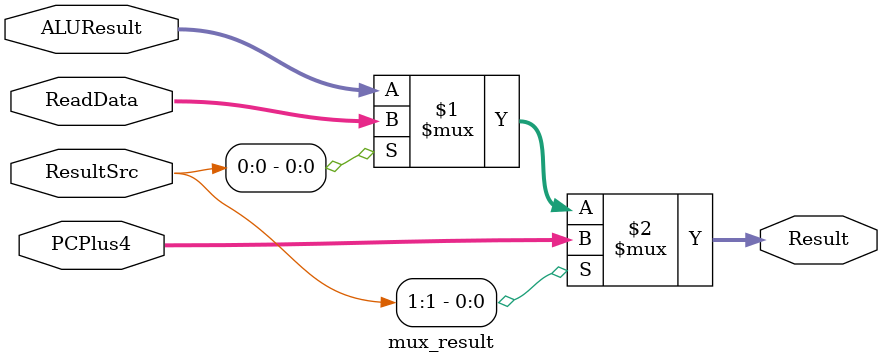
<source format=v>
module mux_result (
    input [31:0] ALUResult, ReadData, PCPlus4,
    input [1:0] ResultSrc,
    output [31:0] Result
  );

  assign Result = ResultSrc[1] ? PCPlus4 : (ResultSrc[0] ? ReadData : ALUResult);

endmodule

</source>
